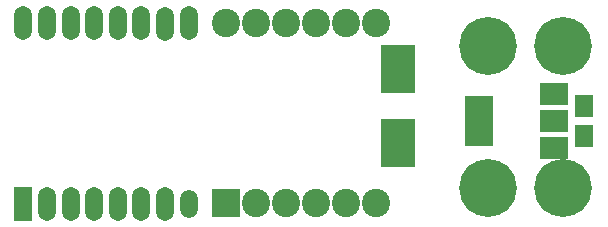
<source format=gts>
%TF.GenerationSoftware,KiCad,Pcbnew,4.0.4-stable*%
%TF.CreationDate,2017-03-14T02:38:26+02:00*%
%TF.ProjectId,esp-4digit-display,6573702D3464696769742D646973706C,rev?*%
%TF.FileFunction,Soldermask,Top*%
%FSLAX46Y46*%
G04 Gerber Fmt 4.6, Leading zero omitted, Abs format (unit mm)*
G04 Created by KiCad (PCBNEW 4.0.4-stable) date 03/14/17 02:38:26*
%MOMM*%
%LPD*%
G01*
G04 APERTURE LIST*
%ADD10C,0.200000*%
%ADD11R,2.432000X2.432000*%
%ADD12C,2.400000*%
%ADD13R,2.400000X4.200000*%
%ADD14R,2.400000X1.900000*%
%ADD15R,1.500000X2.900000*%
%ADD16O,1.500000X2.900000*%
%ADD17O,1.500000X2.400000*%
%ADD18R,1.650000X1.900000*%
%ADD19R,2.900000X4.150000*%
%ADD20C,4.900880*%
G04 APERTURE END LIST*
D10*
D11*
X147955000Y-106045000D03*
D12*
X150495000Y-106045000D03*
X153035000Y-106045000D03*
X155575000Y-106045000D03*
X158115000Y-106045000D03*
X160655000Y-106045000D03*
X155575000Y-90805000D03*
X158115000Y-90805000D03*
X147955000Y-90805000D03*
X150495000Y-90805000D03*
X160655000Y-90805000D03*
X153035000Y-90805000D03*
D13*
X169418000Y-99060000D03*
D14*
X175718000Y-99060000D03*
X175718000Y-96760000D03*
X175718000Y-101360000D03*
D15*
X130810000Y-106140000D03*
D16*
X132810000Y-106140000D03*
X134810000Y-106140000D03*
X136810000Y-106140000D03*
X138810000Y-106140000D03*
X140810000Y-106140000D03*
X142810000Y-106140000D03*
D17*
X144810000Y-106140000D03*
D16*
X144810000Y-90740000D03*
X142810000Y-90840000D03*
X140810000Y-90740000D03*
X138810000Y-90740000D03*
X136810000Y-90740000D03*
X134810000Y-90740000D03*
X132810000Y-90740000D03*
X130810000Y-90740000D03*
D18*
X178308000Y-97830000D03*
X178308000Y-100330000D03*
D19*
X162560000Y-100915000D03*
X162560000Y-94665000D03*
D20*
X170180000Y-92710000D03*
X176530000Y-92710000D03*
X170180000Y-104775000D03*
X176530000Y-104775000D03*
M02*

</source>
